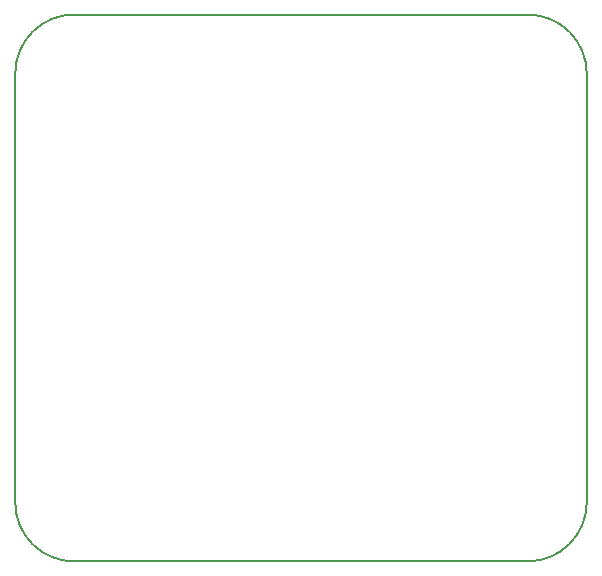
<source format=gbr>
G04 #@! TF.GenerationSoftware,KiCad,Pcbnew,(5.0.0-3-g5ebb6b6)*
G04 #@! TF.CreationDate,2018-08-14T19:07:29+02:00*
G04 #@! TF.ProjectId,TecladoEB,5465636C61646F45422E6B696361645F,rev?*
G04 #@! TF.SameCoordinates,Original*
G04 #@! TF.FileFunction,Profile,NP*
%FSLAX46Y46*%
G04 Gerber Fmt 4.6, Leading zero omitted, Abs format (unit mm)*
G04 Created by KiCad (PCBNEW (5.0.0-3-g5ebb6b6)) date Tuesday, 14 August 2018 at 19:07:29*
%MOMM*%
%LPD*%
G01*
G04 APERTURE LIST*
%ADD10C,0.150000*%
G04 APERTURE END LIST*
D10*
X148387000Y-141296200D02*
G75*
G02X143383200Y-146300000I-5003800J0D01*
G01*
X104978400Y-146300000D02*
G75*
G02X99999417Y-141321017I0J4978983D01*
G01*
X100000000Y-104999600D02*
G75*
G02X105004831Y-99994769I5004831J0D01*
G01*
X143387000Y-100000000D02*
G75*
G02X148387000Y-105000000I0J-5000000D01*
G01*
X100000000Y-104999593D02*
X100000000Y-141321608D01*
X104978400Y-146300000D02*
X143383208Y-146300000D01*
X148387000Y-105000000D02*
X148387000Y-141296235D01*
X105003800Y-100000000D02*
X143383211Y-100000000D01*
M02*

</source>
